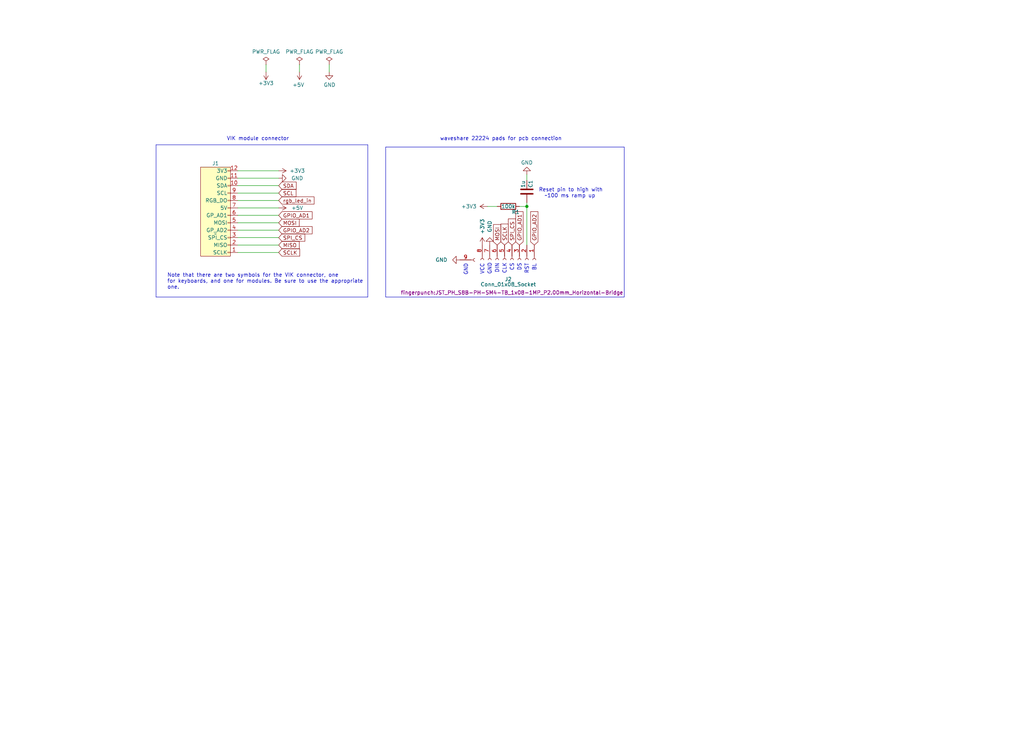
<source format=kicad_sch>
(kicad_sch (version 20230121) (generator eeschema)
  (paper "User" 350.012 250.012)
  (lib_symbols
    (symbol "Connector:Conn_01x08_Socket" (pin_names (offset 1.016) hide)
      (property "Reference" "J2" (at 6.604 -1.27 90))
      (property "Value" "Conn_01x08_Socket" (at 8.382 -1.27 90))
      (property "Footprint" "fingerpunch:JST_PH_S8B-PH-SM4-TB_1x08-1MP_P2.00mm_Horizontal" (at 11.176 0 90))
      (symbol "Conn_01x08_Socket_1_1"
        (arc (start -0.508 -12.7) (mid 0 -13.2058) (end 0.508 -12.7) (stroke (width 0.1524)))
        (arc (start 0 -9.652) (mid -0.5058 -10.16) (end 0 -10.668) (stroke (width 0.1524)))
        (arc (start 0 -7.112) (mid -0.5058 -7.62) (end 0 -8.128) (stroke (width 0.1524)))
        (arc (start 0 -4.572) (mid -0.5058 -5.08) (end 0 -5.588) (stroke (width 0.1524)))
        (arc (start 0 -2.032) (mid -0.5058 -2.54) (end 0 -3.048) (stroke (width 0.1524)))
        (polyline (pts (xy -1.27 -10.16) (xy -0.508 -10.16)) (stroke (width 0.1524)))
        (polyline (pts (xy -1.27 -7.62) (xy -0.508 -7.62)) (stroke (width 0.1524)))
        (polyline (pts (xy -1.27 -5.08) (xy -0.508 -5.08)) (stroke (width 0.1524)))
        (polyline (pts (xy -1.27 -2.54) (xy -0.508 -2.54)) (stroke (width 0.1524)))
        (polyline (pts (xy -1.27 0) (xy -0.508 0)) (stroke (width 0.1524)))
        (polyline (pts (xy -1.27 2.54) (xy -0.508 2.54)) (stroke (width 0.1524)))
        (polyline (pts (xy -1.27 5.08) (xy -0.508 5.08)) (stroke (width 0.1524)))
        (polyline (pts (xy -1.27 7.62) (xy -0.508 7.62)) (stroke (width 0.1524)))
        (polyline (pts (xy 0 -13.97) (xy 0 -13.208)) (stroke (width 0.1524)))
        (arc (start 0 0.508) (mid -0.5058 0) (end 0 -0.508) (stroke (width 0.1524)))
        (arc (start 0 3.048) (mid -0.5058 2.54) (end 0 2.032) (stroke (width 0.1524)))
        (arc (start 0 5.588) (mid -0.5058 5.08) (end 0 4.572) (stroke (width 0.1524)))
        (arc (start 0 8.128) (mid -0.5058 7.62) (end 0 7.112) (stroke (width 0.1524)))
        (pin passive line (at -5.08 7.62 0) (length 3.81) (name "Pin_1") (number "1"))
        (pin passive line (at -5.08 5.08 0) (length 3.81) (name "Pin_2") (number "2"))
        (pin passive line (at -5.08 2.54 0) (length 3.81) (name "Pin_3") (number "3"))
        (pin passive line (at -5.08 0 0) (length 3.81) (name "Pin_4") (number "4"))
        (pin passive line (at -5.08 -2.54 0) (length 3.81) (name "Pin_5") (number "5"))
        (pin passive line (at -5.08 -5.08 0) (length 3.81) (name "Pin_6") (number "6"))
        (pin passive line (at -5.08 -7.62 0) (length 3.81) (name "Pin_7") (number "7"))
        (pin passive line (at -5.08 -10.16 0) (length 3.81) (name "Pin_8") (number "8"))
        (pin passive line (at 0 -17.78 90) (length 3.81) (name "GND") (number "9"))
      )
    )
    (symbol "Device:C" (pin_numbers hide) (pin_names (offset 0.254))
      (property "Reference" "C" (at 0.635 2.54 0))
      (property "Value" "C" (at 0.635 -2.54 0))
      (symbol "C_0_1"
        (polyline (pts (xy -2.032 -0.762) (xy 2.032 -0.762)) (stroke (width 0.508)))
        (polyline (pts (xy -2.032 0.762) (xy 2.032 0.762)) (stroke (width 0.508)))
      )
      (symbol "C_1_1"
        (pin passive line (at 0 3.81 270) (length 2.794) (name "~") (number "1"))
        (pin passive line (at 0 -3.81 90) (length 2.794) (name "~") (number "2"))
      )
    )
    (symbol "Device:R" (pin_numbers hide) (pin_names (offset 0))
      (property "Reference" "R" (at 2.032 0 90))
      (property "Value" "R" (at 0 0 90))
      (symbol "R_0_1"
        (rectangle (start -1.016 -2.54) (end 1.016 2.54) (stroke (width 0.254)))
      )
      (symbol "R_1_1"
        (pin passive line (at 0 3.81 270) (length 1.27) (name "~") (number "1"))
        (pin passive line (at 0 -3.81 90) (length 1.27) (name "~") (number "2"))
      )
    )
    (symbol "power:+3V3" (power) (pin_names (offset 0))
      (property "Value" "+3V3" (at 0 3.556 0))
      (symbol "+3V3_0_1"
        (polyline (pts (xy -0.762 1.27) (xy 0 2.54)))
        (polyline (pts (xy 0 0) (xy 0 2.54)))
        (polyline (pts (xy 0 2.54) (xy 0.762 1.27)))
      )
      (symbol "+3V3_1_1"
        (pin power_in line (at 0 0 90) (length 0) hide (name "+3V3") (number "1"))
      )
    )
    (symbol "power:+5V" (power) (pin_names (offset 0))
      (property "Value" "+5V" (at 0 3.556 0))
      (symbol "+5V_0_1"
        (polyline (pts (xy -0.762 1.27) (xy 0 2.54)))
        (polyline (pts (xy 0 0) (xy 0 2.54)))
        (polyline (pts (xy 0 2.54) (xy 0.762 1.27)))
      )
      (symbol "+5V_1_1"
        (pin power_in line (at 0 0 90) (length 0) hide (name "+5V") (number "1"))
      )
    )
    (symbol "power:GND" (power) (pin_names (offset 0))
      (property "Value" "GND" (at 0 -3.81 0))
      (symbol "GND_0_1"
        (polyline (pts (xy 0 0) (xy 0 -1.27) (xy 1.27 -1.27) (xy 0 -2.54) (xy -1.27 -1.27) (xy 0 -1.27)))
      )
      (symbol "GND_1_1"
        (pin power_in line (at 0 0 270) (length 0) hide (name "GND") (number "1"))
      )
    )
    (symbol "power:PWR_FLAG" (power) (pin_numbers hide) (pin_names (offset 0) hide)
      (property "Value" "PWR_FLAG" (at 0 3.81 0))
      (symbol "PWR_FLAG_0_0"
        (pin power_out line (at 0 0 90) (length 0) (name "pwr") (number "1"))
      )
      (symbol "PWR_FLAG_0_1"
        (polyline (pts (xy 0 0) (xy 0 1.27) (xy -1.016 1.905) (xy 0 2.54) (xy 1.016 1.905) (xy 0 1.27)))
      )
    )
    (symbol "vik:vik-module-connector" (pin_names (offset 1))
      (property "Reference" "J" (at 0 15.875 0))
      (symbol "vik-module-connector_1_1"
        (rectangle (start -5.08 13.97) (end 5.08 -16.51) (fill (type background)))
        (rectangle (start -5.0546 -15.113) (end -4.191 -15.367) (stroke (width 0.1)))
        (rectangle (start -5.0546 -12.573) (end -4.191 -12.827) (stroke (width 0.1)))
        (rectangle (start -5.0546 -10.033) (end -4.191 -10.287) (stroke (width 0.1)))
        (rectangle (start -5.0546 -7.493) (end -4.191 -7.747) (stroke (width 0.1)))
        (rectangle (start -5.0546 -4.953) (end -4.191 -5.207) (stroke (width 0.1)))
        (rectangle (start -5.0546 -2.413) (end -4.191 -2.667) (stroke (width 0.1)))
        (rectangle (start -5.0546 0.127) (end -4.191 -0.127) (stroke (width 0.1)))
        (rectangle (start -5.0546 2.667) (end -4.191 2.413) (stroke (width 0.1)))
        (rectangle (start -5.0546 5.207) (end -4.191 4.953) (stroke (width 0.1)))
        (rectangle (start -5.0546 7.747) (end -4.191 7.493) (stroke (width 0.1)))
        (rectangle (start -5.0546 10.287) (end -4.191 10.033) (stroke (width 0.1)))
        (rectangle (start -5.0546 12.827) (end -4.191 12.573) (stroke (width 0.1)))
        (pin output line (at -7.62 12.7 0) (length 2.54) (name "SCLK") (number "1"))
        (pin bidirectional line (at -7.62 -10.16 0) (length 2.54) (name "SDA") (number "10"))
        (pin power_out line (at -7.62 -12.7 0) (length 2.54) (name "GND") (number "11"))
        (pin power_out line (at -7.62 -15.24 0) (length 2.54) (name "3V3") (number "12"))
        (pin tri_state line (at -7.62 10.16 0) (length 2.54) (name "MISO") (number "2"))
        (pin output line (at -7.62 7.62 0) (length 2.54) (name "SPI_CS") (number "3"))
        (pin bidirectional line (at -7.62 5.08 0) (length 2.54) (name "GP_AD2") (number "4"))
        (pin output line (at -7.62 2.54 0) (length 2.54) (name "MOSI") (number "5"))
        (pin bidirectional line (at -7.62 0 0) (length 2.54) (name "GP_AD1") (number "6"))
        (pin power_out line (at -7.62 -2.54 0) (length 2.54) (name "5V") (number "7"))
        (pin output line (at -7.62 -5.08 0) (length 2.54) (name "RGB_DO") (number "8"))
        (pin bidirectional line (at -7.62 -7.62 0) (length 2.54) (name "SCL") (number "9"))
      )
    )
  )
  (junction (at 180.086 70.612))
  (wire (pts (xy 180.086 70.612) (xy 180.086 83.82)))
  (wire (pts (xy 81.28 58.42) (xy 95.25 58.42)))
  (wire (pts (xy 81.28 66.04) (xy 95.25 66.04)))
  (wire (pts (xy 81.28 76.2) (xy 95.25 76.2)))
  (wire (pts (xy 112.522 22.098) (xy 112.522 24.638)))
  (wire (pts (xy 81.28 73.66) (xy 95.25 73.66)))
  (polyline (pts (xy 131.826 50.292) (xy 213.36 50.292)))
  (polyline (pts (xy 131.826 50.292) (xy 131.826 101.6)))
  (wire (pts (xy 177.546 70.612) (xy 180.086 70.612)))
  (wire (pts (xy 81.28 81.28) (xy 95.25 81.28)))
  (wire (pts (xy 81.28 83.82) (xy 95.25 83.82)))
  (wire (pts (xy 81.28 60.96) (xy 95.25 60.96)))
  (polyline (pts (xy 131.826 101.6) (xy 213.36 101.6)))
  (wire (pts (xy 81.28 63.5) (xy 95.25 63.5)))
  (wire (pts (xy 180.086 59.69) (xy 180.086 61.722)))
  (wire (pts (xy 102.362 22.098) (xy 102.362 24.638)))
  (polyline (pts (xy 125.73 49.53) (xy 125.73 101.6)))
  (polyline (pts (xy 125.73 101.6) (xy 53.34 101.6)))
  (polyline (pts (xy 53.34 49.53) (xy 53.34 101.6)))
  (wire (pts (xy 166.624 70.612) (xy 169.926 70.612)))
  (wire (pts (xy 90.932 22.098) (xy 90.932 24.638)))
  (wire (pts (xy 81.28 86.36) (xy 95.25 86.36)))
  (polyline (pts (xy 53.34 49.53) (xy 125.73 49.53)))
  (wire (pts (xy 81.28 68.58) (xy 95.25 68.58)))
  (wire (pts (xy 81.28 71.12) (xy 95.25 71.12)))
  (wire (pts (xy 180.086 69.342) (xy 180.086 70.612)))
  (polyline (pts (xy 213.36 101.6) (xy 213.36 50.292)))
  (wire (pts (xy 81.28 78.74) (xy 95.25 78.74)))
  (text "DIN" (at 170.688 93.472 90) (effects (font (size 1.27 1.27)) (justify left bottom)))
  (text "RST" (at 180.848 93.726 90) (effects (font (size 1.27 1.27)) (justify left bottom)))
  (text "GND" (at 160.02 94.234 90) (effects (font (size 1.27 1.27)) (justify left bottom)))
  (text "GND" (at 168.148 93.98 90) (effects (font (size 1.27 1.27)) (justify left bottom)))
  (text "BL" (at 183.388 92.71 90) (effects (font (size 1.27 1.27)) (justify left bottom)))
  (text "CS" (at 175.768 92.71 90) (effects (font (size 1.27 1.27)) (justify left bottom)))
  (text "Note that there are two symbols for the VIK connector, one\nfor keyboards, and one for modules. Be sure to use the appropriate\none." (at 57.15 99.06 0) (effects (font (size 1.27 1.27)) (justify left bottom)))
  (text "waveshare 22224 pads for pcb connection" (at 150.368 48.26 0) (effects (font (size 1.27 1.27)) (justify left bottom)))
  (text "Reset pin to high with\n  ~100 ms ramp up" (at 184.15 67.818 0) (effects (font (size 1.27 1.27)) (justify left bottom)))
  (text "CLK" (at 173.228 93.726 90) (effects (font (size 1.27 1.27)) (justify left bottom)))
  (text "DS" (at 178.308 92.71 90) (effects (font (size 1.27 1.27)) (justify left bottom)))
  (text "VIK module connector" (at 77.47 48.26 0) (effects (font (size 1.27 1.27)) (justify left bottom)))
  (text "VCC" (at 165.608 93.98 90) (effects (font (size 1.27 1.27)) (justify left bottom)))
  (global_label "GPIO_AD1" (shape input) (at 177.546 83.82 90) (property "Intersheetrefs" "${INTERSHEET_REFS}" (effects hide)))
  (global_label "MOSI" (shape input) (at 169.926 83.82 90) (property "Intersheetrefs" "${INTERSHEET_REFS}" (effects hide)))
  (global_label "SPI_CS" (shape input) (at 95.25 81.28 0) (property "Intersheetrefs" "${INTERSHEET_REFS}" (effects hide)))
  (global_label "SPI_CS" (shape input) (at 175.006 83.82 90) (property "Intersheetrefs" "${INTERSHEET_REFS}" (effects hide)))
  (global_label "GPIO_AD2" (shape input) (at 95.25 78.74 0) (property "Intersheetrefs" "${INTERSHEET_REFS}" (effects hide)))
  (global_label "MOSI" (shape input) (at 95.25 76.2 0) (property "Intersheetrefs" "${INTERSHEET_REFS}" (effects hide)))
  (global_label "GPIO_AD2" (shape input) (at 182.626 83.82 90) (property "Intersheetrefs" "${INTERSHEET_REFS}" (effects hide)))
  (global_label "SCL" (shape input) (at 95.25 66.04 0) (property "Intersheetrefs" "${INTERSHEET_REFS}" (effects hide)))
  (global_label "GPIO_AD1" (shape input) (at 95.25 73.66 0) (property "Intersheetrefs" "${INTERSHEET_REFS}" (effects hide)))
  (global_label "MISO" (shape input) (at 95.25 83.82 0) (property "Intersheetrefs" "${INTERSHEET_REFS}" (effects hide)))
  (global_label "SCLK" (shape input) (at 172.466 83.82 90) (property "Intersheetrefs" "${INTERSHEET_REFS}" (effects hide)))
  (global_label "SCLK" (shape input) (at 95.25 86.36 0) (property "Intersheetrefs" "${INTERSHEET_REFS}" (effects hide)))
  (global_label "rgb_led_in" (shape input) (at 95.25 68.58 0) (property "Intersheetrefs" "${INTERSHEET_REFS}" (effects hide)))
  (global_label "SDA" (shape input) (at 95.25 63.5 0) (property "Intersheetrefs" "${INTERSHEET_REFS}" (effects hide)))
  (symbol (lib_id "power:PWR_FLAG") (at 90.932 22.098 0) (unit 1)
    (property "Reference" "#FLG01" (effects hide))
    (property "Value" "PWR_FLAG" (at 90.932 17.7038 0))
  )
  (symbol (lib_id "power:PWR_FLAG") (at 102.362 22.098 0) (unit 1)
    (property "Reference" "#FLG02" (effects hide))
    (property "Value" "PWR_FLAG" (at 102.362 17.7038 0))
  )
  (symbol (lib_id "power:+5V") (at 102.362 24.638 180) (unit 1)
    (property "Reference" "#PWR02" (effects hide))
    (property "Value" "+5V" (at 101.981 29.0322 0))
  )
  (symbol (lib_id "power:GND") (at 112.522 24.638 0) (unit 1)
    (property "Reference" "#PWR03" (effects hide))
    (property "Value" "GND" (at 112.649 29.0322 0))
  )
  (symbol (lib_id "power:PWR_FLAG") (at 112.522 22.098 0) (unit 1)
    (property "Reference" "#FLG03" (effects hide))
    (property "Value" "PWR_FLAG" (at 112.522 17.7038 0))
  )
  (symbol (lib_id "Connector:Conn_01x08_Socket") (at 175.006 88.9 270) (unit 1)
    (property "Reference" "J2" (at 173.736 95.504 90))
    (property "Value" "Conn_01x08_Socket" (at 173.736 97.282 90))
    (property "Footprint" "fingerpunch:JST_PH_S8B-PH-SM4-TB_1x08-1MP_P2.00mm_Horizontal-Bridge" (at 175.006 100.076 90))
  )
  (symbol (lib_id "Device:C") (at 180.086 65.532 0) (mirror y) (unit 1)
    (property "Reference" "C1" (at 181.356 64.262 90) (effects (justify left)))
    (property "Value" "1u" (at 178.816 64.262 90) (effects (justify left)))
    (property "Footprint" "Capacitor_SMD:C_0402_1005Metric" (effects hide))
    (property "LCSC" "C52923" (effects hide))
    (property "MPN " "CL05A105KA5NQNC" (effects hide))
    (property "Manufacturer" "Samsung Electro-Mechanics" (effects hide))
    (property "JLC Basic" "Y" (effects hide))
    (property "Substitute" "Y" (effects hide))
  )
  (symbol (lib_id "power:GND") (at 95.25 60.96 90) (mirror x) (unit 1)
    (property "Reference" "#PWR0102" (effects hide))
    (property "Value" "GND" (at 101.6 60.96 90))
  )
  (symbol (lib_id "Device:R") (at 173.736 70.612 270) (unit 1)
    (property "Reference" "R1" (at 176.276 72.517 90))
    (property "Value" "100k" (at 173.736 70.612 90))
    (property "Footprint" "Resistor_SMD:R_1206_3216Metric_Pad1.30x1.75mm_HandSolder" (effects hide))
    (property "LCSC" "C17900" (effects hide))
  )
  (symbol (lib_id "power:GND") (at 167.386 83.82 0) (mirror x) (unit 1)
    (property "Reference" "#PWR01" (effects hide))
    (property "Value" "GND" (at 167.386 77.47 90))
  )
  (symbol (lib_id "power:GND") (at 180.086 59.69 0) (mirror x) (unit 1)
    (property "Reference" "#PWR07" (effects hide))
    (property "Value" "GND" (at 180.086 55.626 0))
  )
  (symbol (lib_id "power:+3V3") (at 95.25 58.42 270) (unit 1)
    (property "Reference" "#PWR0101" (effects hide))
    (property "Value" "+3V3" (at 101.6 58.42 90))
  )
  (symbol (lib_id "power:+5V") (at 95.25 71.12 270) (unit 1)
    (property "Reference" "#PWR0104" (effects hide))
    (property "Value" "+5V" (at 101.6 71.12 90))
  )
  (symbol (lib_id "power:GND") (at 157.226 88.9 270) (mirror x) (unit 1)
    (property "Reference" "#PWR05" (effects hide))
    (property "Value" "GND" (at 150.876 88.9 90))
  )
  (symbol (lib_id "power:+3V3") (at 164.846 83.82 0) (unit 1)
    (property "Reference" "#PWR04" (effects hide))
    (property "Value" "+3V3" (at 164.846 77.47 90))
  )
  (symbol (lib_id "power:+3V3") (at 166.624 70.612 90) (unit 1)
    (property "Reference" "#PWR06" (effects hide))
    (property "Value" "+3V3" (at 160.274 70.612 90))
  )
  (symbol (lib_id "power:+3V3") (at 90.932 24.638 180) (unit 1)
    (property "Reference" "#PWR0112" (effects hide))
    (property "Value" "+3V3" (at 90.932 28.448 0))
  )
  (symbol (lib_id "vik:vik-module-connector") (at 73.66 73.66 180) (unit 1)
    (property "Reference" "J1" (at 73.66 55.88 0))
    (property "Value" "~" (at 73.66 80.01 0))
    (property "Footprint" "vik:vik-module-connector-horizontal" (effects hide))
    (property "LCSC" "C479750" (effects hide))
  )
)
</source>
